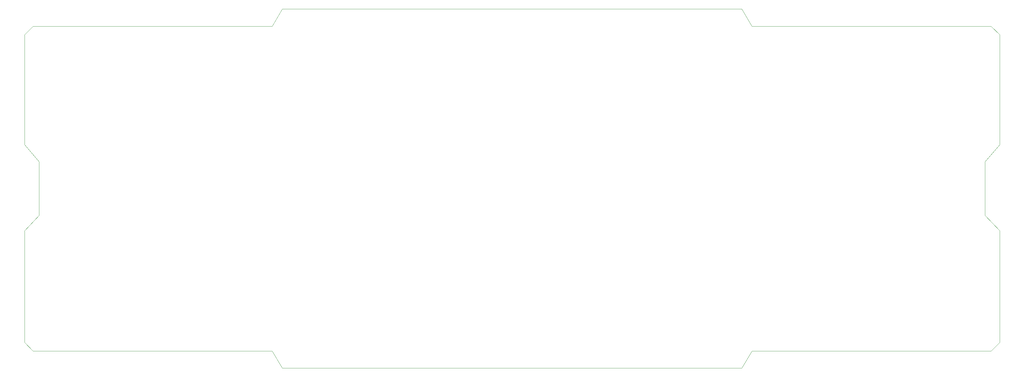
<source format=gm1>
%TF.GenerationSoftware,KiCad,Pcbnew,(5.1.10)-1*%
%TF.CreationDate,2022-03-05T23:42:07-05:00*%
%TF.ProjectId,Keebrov2,4b656562-726f-4763-922e-6b696361645f,rev?*%
%TF.SameCoordinates,Original*%
%TF.FileFunction,Profile,NP*%
%FSLAX46Y46*%
G04 Gerber Fmt 4.6, Leading zero omitted, Abs format (unit mm)*
G04 Created by KiCad (PCBNEW (5.1.10)-1) date 2022-03-05 23:42:07*
%MOMM*%
%LPD*%
G01*
G04 APERTURE LIST*
%TA.AperFunction,Profile*%
%ADD10C,0.050000*%
%TD*%
G04 APERTURE END LIST*
D10*
X226750000Y-50750000D02*
X296750000Y-50750000D01*
X16250000Y-50750000D02*
X86250000Y-50750000D01*
X226750000Y-50750000D02*
X223750000Y-45750000D01*
X86250000Y-50750000D02*
X89250000Y-45750000D01*
X223750000Y-45750000D02*
X89250000Y-45750000D01*
X226750000Y-146000000D02*
X296750000Y-146000000D01*
X86250000Y-146000000D02*
X16250000Y-146000000D01*
X223750000Y-151000000D02*
X89250000Y-151000000D01*
X226750000Y-146000000D02*
X223750000Y-151000000D01*
X86250000Y-146000000D02*
X89250000Y-151000000D01*
X13750000Y-110750000D02*
X13750000Y-143500000D01*
X13750000Y-53250000D02*
X13750000Y-85500000D01*
X299250000Y-110750000D02*
X299250000Y-143500000D01*
X299250000Y-53250000D02*
X299250000Y-85500000D01*
X16250000Y-146000000D02*
X13750000Y-143500000D01*
X13750000Y-53250000D02*
X16250000Y-50750000D01*
X299250000Y-53250000D02*
X296750000Y-50750000D01*
X296750000Y-146000000D02*
X299250000Y-143500000D01*
X13750000Y-85500000D02*
X18000000Y-90500000D01*
X18000000Y-106250000D02*
X13750000Y-110750000D01*
X18000000Y-90500000D02*
X18000000Y-106250000D01*
X295000000Y-106250000D02*
X299250000Y-110750000D01*
X295000000Y-90500000D02*
X295000000Y-106250000D01*
X299250000Y-85500000D02*
X295000000Y-90500000D01*
M02*

</source>
